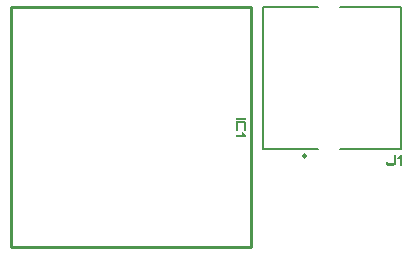
<source format=gbr>
G04*
G04 #@! TF.GenerationSoftware,Altium Limited,Altium Designer,23.1.1 (15)*
G04*
G04 Layer_Color=65535*
%FSLAX44Y44*%
%MOMM*%
G71*
G04*
G04 #@! TF.SameCoordinates,7DEE206C-283F-43E0-9F98-1BFD9C08138E*
G04*
G04*
G04 #@! TF.FilePolarity,Positive*
G04*
G01*
G75*
%ADD10C,0.2500*%
%ADD11C,0.2540*%
%ADD12C,0.2000*%
G36*
X203756Y118382D02*
X195028D01*
Y120114D01*
X203756D01*
Y118382D01*
D02*
G37*
G36*
X202192Y117261D02*
X202308Y117240D01*
X202445Y117219D01*
X202583Y117177D01*
X202741Y117114D01*
X202889Y117040D01*
X202910Y117029D01*
X202953Y116997D01*
X203027Y116945D01*
X203111Y116870D01*
X203217Y116775D01*
X203322Y116670D01*
X203417Y116543D01*
X203513Y116406D01*
X203523Y116384D01*
X203555Y116332D01*
X203587Y116258D01*
X203639Y116152D01*
X203682Y116015D01*
X203713Y115867D01*
X203745Y115708D01*
X203756Y115529D01*
Y108565D01*
X202002D01*
Y115180D01*
X201991Y115222D01*
X201959Y115328D01*
X201896Y115423D01*
X201875Y115444D01*
X201822Y115476D01*
X201727Y115507D01*
X201590Y115529D01*
X197194D01*
X197183D01*
X197162D01*
X197131Y115518D01*
X197088D01*
X196982Y115486D01*
X196887Y115423D01*
Y115412D01*
X196866Y115402D01*
X196835Y115338D01*
X196803Y115243D01*
X196782Y115117D01*
Y108565D01*
X195028D01*
Y115613D01*
X195038Y115698D01*
X195060Y115824D01*
X195081Y115951D01*
X195123Y116099D01*
X195186Y116258D01*
X195260Y116406D01*
X195271Y116427D01*
X195303Y116469D01*
X195355Y116543D01*
X195429Y116628D01*
X195514Y116733D01*
X195620Y116839D01*
X195746Y116945D01*
X195884Y117040D01*
X195905Y117050D01*
X195958Y117071D01*
X196032Y117114D01*
X196148Y117156D01*
X196275Y117198D01*
X196433Y117240D01*
X196592Y117261D01*
X196771Y117272D01*
X202012D01*
X202023D01*
X202033D01*
X202097D01*
X202192Y117261D01*
D02*
G37*
G36*
X203756Y105247D02*
Y103409D01*
X195028D01*
Y105142D01*
X201188D01*
X200522Y105670D01*
Y107963D01*
X203756Y105247D01*
D02*
G37*
G36*
X330675Y81201D02*
Y81180D01*
Y81117D01*
X330665Y81022D01*
X330643Y80905D01*
X330612Y80768D01*
X330569Y80620D01*
X330517Y80472D01*
X330432Y80314D01*
X330421Y80293D01*
X330390Y80250D01*
X330337Y80176D01*
X330263Y80092D01*
X330168Y79986D01*
X330062Y79891D01*
X329935Y79785D01*
X329798Y79690D01*
X329777Y79680D01*
X329735Y79658D01*
X329650Y79616D01*
X329544Y79574D01*
X329418Y79532D01*
X329259Y79489D01*
X329101Y79468D01*
X328921Y79458D01*
X323596D01*
X323511Y79468D01*
X323384Y79489D01*
X323257Y79511D01*
X323110Y79553D01*
X322951Y79616D01*
X322803Y79690D01*
X322782Y79701D01*
X322740Y79732D01*
X322666Y79785D01*
X322581Y79859D01*
X322476Y79944D01*
X322370Y80049D01*
X322264Y80176D01*
X322169Y80314D01*
X322159Y80335D01*
X322137Y80388D01*
X322095Y80462D01*
X322053Y80578D01*
X322011Y80705D01*
X321968Y80863D01*
X321947Y81022D01*
X321937Y81201D01*
Y82258D01*
X323680D01*
Y81286D01*
Y81275D01*
Y81265D01*
X323701Y81222D01*
X323712Y81212D01*
X328868D01*
X328889Y81222D01*
X328900Y81243D01*
Y81254D01*
Y81286D01*
X328910Y88186D01*
X330675D01*
Y81201D01*
D02*
G37*
G36*
X335927Y79458D02*
X334194D01*
Y85618D01*
X333665Y84952D01*
X331372D01*
X334088Y88186D01*
X335927D01*
Y79458D01*
D02*
G37*
D10*
X254612Y87672D02*
G03*
X254612Y87672I-1250J0D01*
G01*
D11*
X5082Y10162D02*
Y213362D01*
X208282Y10162D02*
Y213362D01*
X5082D02*
X208282D01*
X5082Y10162D02*
X208282D01*
D12*
X283612Y213672D02*
X335362D01*
X218362D02*
X265112D01*
X218362Y93672D02*
Y213672D01*
X283612Y93672D02*
X335362D01*
X218362D02*
X265112D01*
X335362D02*
Y213672D01*
M02*

</source>
